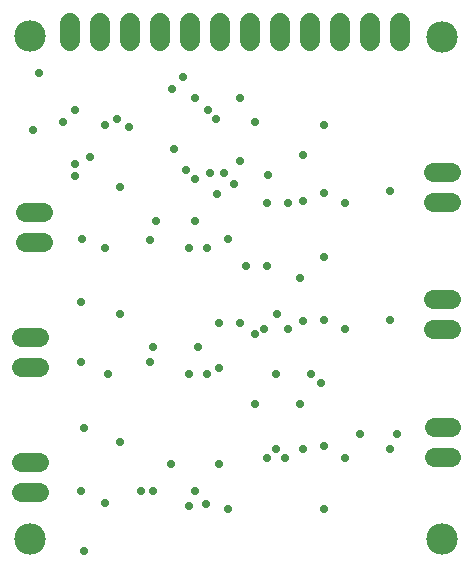
<source format=gbr>
G04 EAGLE Gerber RS-274X export*
G75*
%MOMM*%
%FSLAX34Y34*%
%LPD*%
%INSoldermask Bottom*%
%IPPOS*%
%AMOC8*
5,1,8,0,0,1.08239X$1,22.5*%
G01*
G04 Define Apertures*
%ADD10C,2.667000*%
%ADD11C,1.651000*%
%ADD12C,1.627000*%
%ADD13C,0.731000*%
D10*
X25400Y451612D03*
X374650Y450850D03*
X25400Y25400D03*
X374650Y25400D03*
D11*
X59690Y447040D02*
X59690Y462280D01*
X85090Y462280D02*
X85090Y447040D01*
X110490Y447040D02*
X110490Y462280D01*
X135890Y462280D02*
X135890Y447040D01*
X161290Y447040D02*
X161290Y462280D01*
X186690Y462280D02*
X186690Y447040D01*
X212090Y447040D02*
X212090Y462280D01*
X237490Y462280D02*
X237490Y447040D01*
X262890Y447040D02*
X262890Y462280D01*
X288290Y462280D02*
X288290Y447040D01*
X313690Y447040D02*
X313690Y462280D01*
X339090Y462280D02*
X339090Y447040D01*
D12*
X367390Y95250D02*
X382390Y95250D01*
X382390Y120650D02*
X367390Y120650D01*
X367150Y203200D02*
X382150Y203200D01*
X382150Y228600D02*
X367150Y228600D01*
X367150Y311150D02*
X382150Y311150D01*
X382150Y336550D02*
X367150Y336550D01*
X36427Y302681D02*
X21427Y302681D01*
X21427Y277281D02*
X36427Y277281D01*
X32900Y196850D02*
X17900Y196850D01*
X17900Y171450D02*
X32900Y171450D01*
X32900Y90290D02*
X17900Y90290D01*
X17900Y64890D02*
X32900Y64890D01*
D13*
X33020Y420370D03*
X154940Y416560D03*
X147320Y355600D03*
X271780Y157480D03*
X68580Y226060D03*
X63500Y332740D03*
X193040Y279400D03*
X185420Y170180D03*
X185420Y208280D03*
X71120Y119380D03*
X193040Y50800D03*
X144780Y88900D03*
X185420Y88900D03*
X274320Y375920D03*
X274320Y264160D03*
X256540Y311376D03*
X256540Y350520D03*
X254000Y246380D03*
X256540Y209776D03*
X183924Y317500D03*
X215900Y139700D03*
X254000Y139700D03*
X256540Y101600D03*
X274320Y50800D03*
X71120Y15240D03*
X88900Y375920D03*
X109220Y374424D03*
X27940Y371875D03*
X53610Y378730D03*
X165100Y398780D03*
X146050Y406400D03*
X203172Y398780D03*
X63500Y388620D03*
X176304Y388620D03*
X182880Y381000D03*
X215900Y378460D03*
X99060Y381000D03*
X101600Y323850D03*
X198120Y326192D03*
X101600Y215900D03*
X234950Y215900D03*
X101600Y107950D03*
X233680Y101600D03*
X233680Y165100D03*
X263768Y165100D03*
X336550Y114300D03*
X304800Y114300D03*
X63500Y342900D03*
X157480Y337820D03*
X76200Y349024D03*
X203200Y345440D03*
X226060Y256540D03*
X208206Y256540D03*
X165100Y294640D03*
X132080Y294640D03*
X167640Y187960D03*
X129540Y187960D03*
X165100Y66040D03*
X129540Y66040D03*
X177800Y335280D03*
X165100Y330200D03*
X190020Y335280D03*
X227104Y333784D03*
X203200Y208280D03*
X215900Y198715D03*
X175260Y271780D03*
X160020Y271780D03*
X88900Y271780D03*
X69850Y279400D03*
X127000Y278356D03*
X91440Y165100D03*
X160020Y165100D03*
X175260Y165100D03*
X68580Y175260D03*
X127000Y175260D03*
X88900Y55880D03*
X174438Y55058D03*
X160020Y53340D03*
X68580Y66040D03*
X119380Y66040D03*
X226060Y309880D03*
X292100Y309880D03*
X243840Y309880D03*
X330200Y320040D03*
X274320Y318544D03*
X292100Y203200D03*
X243840Y203200D03*
X223894Y203574D03*
X330200Y210820D03*
X274320Y210820D03*
X241300Y93980D03*
X226060Y93980D03*
X292100Y93980D03*
X330200Y101600D03*
X274320Y104140D03*
M02*

</source>
